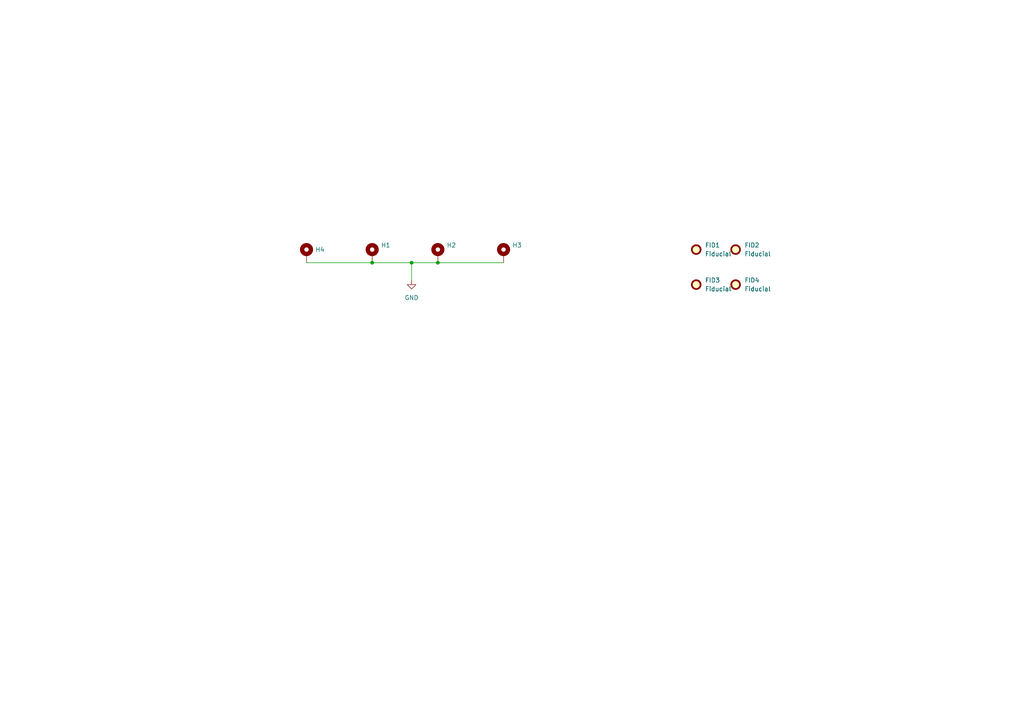
<source format=kicad_sch>
(kicad_sch (version 20250114) (generator "eeschema") (generator_version "9.0")
  (paper "A4")
  (lib_symbols
    (symbol "Mechanical:Fiducial" (in_bom no)
      (property "Reference" "FID" (at 0 5.08 0))
      (property "Value" "Fiducial" (at 0 3.175 0))
      (symbol "Fiducial_0_1"
        (circle (center 0 0) (radius 1.27) (stroke (width 0.508)) (fill (type background)))
      )
    )
    (symbol "Mechanical:MountingHole_Pad" (pin_numbers (hide yes)) (pin_names (offset 1.016) (hide yes)) (in_bom no)
      (property "Reference" "H" (at 0 6.35 0))
      (property "Value" "MountingHole_Pad" (at 0 4.445 0))
      (symbol "MountingHole_Pad_0_1"
        (circle (center 0 1.27) (radius 1.27) (stroke (width 1.27)))
      )
      (symbol "MountingHole_Pad_1_1"
        (pin input line (at 0 -2.54 90) (length 2.54) (name "1") (number "1"))
      )
    )
    (symbol "power:GND" (power) (pin_numbers (hide yes)) (pin_names (offset 0) (hide yes))
      (property "Value" "GND" (at 0 -3.81 0))
      (symbol "GND_0_1"
        (polyline (pts (xy 0 0) (xy 0 -1.27) (xy 1.27 -1.27) (xy 0 -2.54) (xy -1.27 -1.27) (xy 0 -1.27)))
      )
      (symbol "GND_1_1"
        (pin power_in line (at 0 0 270) (length 0) (name "~") (number "1"))
      )
    )
  )
  (junction (at 119.38 76.2))
  (junction (at 107.95 76.2))
  (junction (at 127 76.2))
  (wire (pts (xy 88.9 76.2) (xy 107.95 76.2)))
  (wire (pts (xy 127 76.2) (xy 146.05 76.2)))
  (wire (pts (xy 119.38 76.2) (xy 127 76.2)))
  (wire (pts (xy 119.38 76.2) (xy 119.38 81.28)))
  (wire (pts (xy 107.95 76.2) (xy 119.38 76.2)))
  (symbol (lib_id "Mechanical:MountingHole_Pad") (at 107.95 73.66 0) (unit 1) (in_bom no)
    (property "Reference" "H1" (at 110.49 71.1199 0) (effects (justify left)))
    (property "Value" "MountingHole_Pad" (effects (hide yes)))
    (property "Footprint" "MountingHole:MountingHole_2.5mm_Pad" (effects (hide yes)))
    (property "Description" "Mounting Hole with connection" (effects (hide yes)))
  )
  (symbol (lib_id "Mechanical:MountingHole_Pad") (at 146.05 73.66 0) (unit 1) (in_bom no)
    (property "Reference" "H3" (at 148.59 71.1199 0) (effects (justify left)))
    (property "Value" "MountingHole_Pad" (effects (hide yes)))
    (property "Footprint" "MountingHole:MountingHole_2.5mm_Pad" (effects (hide yes)))
    (property "Description" "Mounting Hole with connection" (effects (hide yes)))
  )
  (symbol (lib_id "Mechanical:MountingHole_Pad") (at 88.9 73.66 0) (unit 1) (in_bom no)
    (property "Reference" "H4" (at 91.44 72.3899 0) (effects (justify left)))
    (property "Value" "MountingHole_Pad" (effects (hide yes)))
    (property "Footprint" "MountingHole:MountingHole_2.5mm_Pad" (effects (hide yes)))
    (property "Description" "Mounting Hole with connection" (effects (hide yes)))
  )
  (symbol (lib_id "Mechanical:Fiducial") (at 201.93 72.39 0) (unit 1) (in_bom no)
    (property "Reference" "FID1" (at 204.47 71.1199 0) (effects (justify left)))
    (property "Value" "Fiducial" (at 204.47 73.6599 0) (effects (justify left)))
    (property "Footprint" "Fiducial:Fiducial_0.75mm_Mask1.5mm" (effects (hide yes)))
    (property "Description" "Fiducial Marker" (effects (hide yes)))
  )
  (symbol (lib_id "power:GND") (at 119.38 81.28 0) (unit 1)
    (property "Reference" "#PWR04" (effects (hide yes)))
    (property "Value" "GND" (at 119.38 86.36 0))
    (property "Description" "Power symbol creates a global label with name \"GND\" , ground" (effects (hide yes)))
  )
  (symbol (lib_id "Mechanical:Fiducial") (at 213.36 82.55 0) (unit 1) (in_bom no)
    (property "Reference" "FID4" (at 215.9 81.2799 0) (effects (justify left)))
    (property "Value" "Fiducial" (at 215.9 83.8199 0) (effects (justify left)))
    (property "Footprint" "Fiducial:Fiducial_0.75mm_Mask1.5mm" (effects (hide yes)))
    (property "Description" "Fiducial Marker" (effects (hide yes)))
  )
  (symbol (lib_id "Mechanical:Fiducial") (at 201.93 82.55 0) (unit 1) (in_bom no)
    (property "Reference" "FID3" (at 204.47 81.2799 0) (effects (justify left)))
    (property "Value" "Fiducial" (at 204.47 83.8199 0) (effects (justify left)))
    (property "Footprint" "Fiducial:Fiducial_0.75mm_Mask1.5mm" (effects (hide yes)))
    (property "Description" "Fiducial Marker" (effects (hide yes)))
  )
  (symbol (lib_id "Mechanical:Fiducial") (at 213.36 72.39 0) (unit 1) (in_bom no)
    (property "Reference" "FID2" (at 215.9 71.1199 0) (effects (justify left)))
    (property "Value" "Fiducial" (at 215.9 73.6599 0) (effects (justify left)))
    (property "Footprint" "Fiducial:Fiducial_0.75mm_Mask1.5mm" (effects (hide yes)))
    (property "Description" "Fiducial Marker" (effects (hide yes)))
  )
  (symbol (lib_id "Mechanical:MountingHole_Pad") (at 127 73.66 0) (unit 1) (in_bom no)
    (property "Reference" "H2" (at 129.54 71.1199 0) (effects (justify left)))
    (property "Value" "MountingHole_Pad" (effects (hide yes)))
    (property "Footprint" "MountingHole:MountingHole_2.5mm_Pad" (effects (hide yes)))
    (property "Description" "Mounting Hole with connection" (effects (hide yes)))
  )
)
</source>
